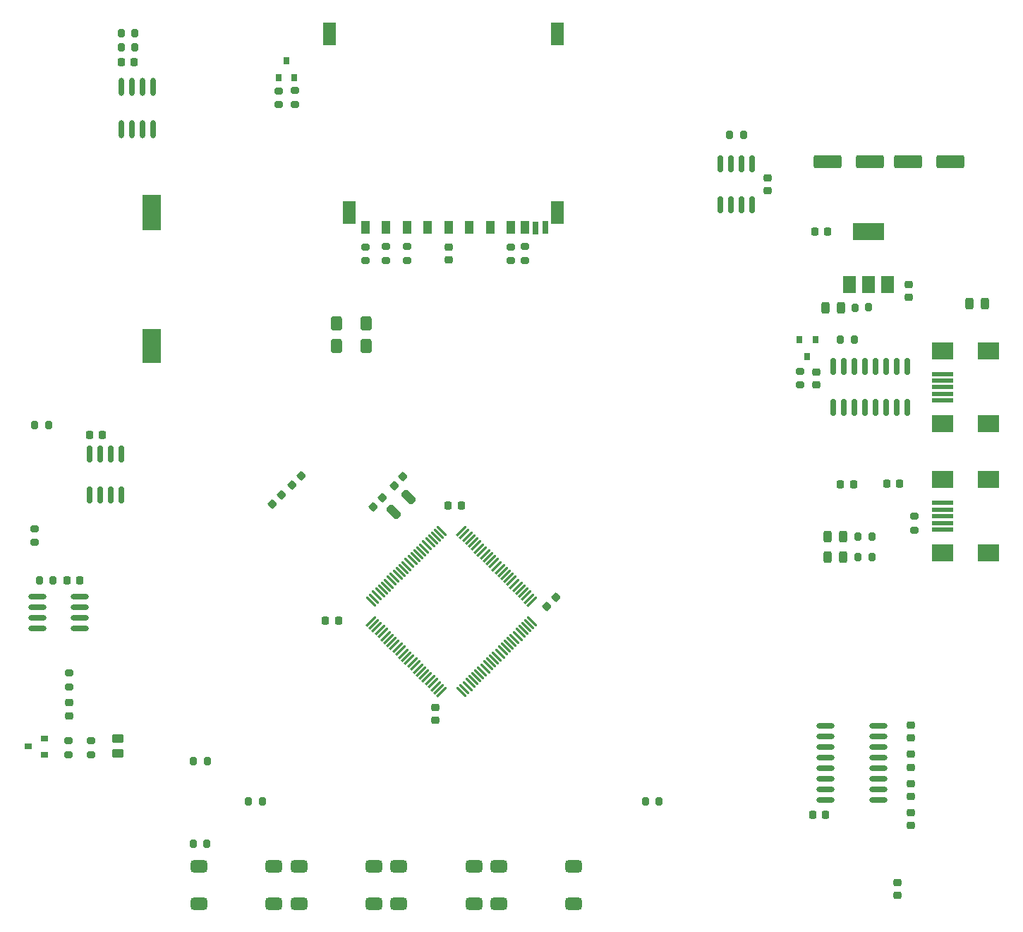
<source format=gbr>
%TF.GenerationSoftware,KiCad,Pcbnew,8.0.5*%
%TF.CreationDate,2025-04-27T01:42:02+08:00*%
%TF.ProjectId,STM32_learning,53544d33-325f-46c6-9561-726e696e672e,rev?*%
%TF.SameCoordinates,Original*%
%TF.FileFunction,Paste,Top*%
%TF.FilePolarity,Positive*%
%FSLAX46Y46*%
G04 Gerber Fmt 4.6, Leading zero omitted, Abs format (unit mm)*
G04 Created by KiCad (PCBNEW 8.0.5) date 2025-04-27 01:42:02*
%MOMM*%
%LPD*%
G01*
G04 APERTURE LIST*
G04 Aperture macros list*
%AMRoundRect*
0 Rectangle with rounded corners*
0 $1 Rounding radius*
0 $2 $3 $4 $5 $6 $7 $8 $9 X,Y pos of 4 corners*
0 Add a 4 corners polygon primitive as box body*
4,1,4,$2,$3,$4,$5,$6,$7,$8,$9,$2,$3,0*
0 Add four circle primitives for the rounded corners*
1,1,$1+$1,$2,$3*
1,1,$1+$1,$4,$5*
1,1,$1+$1,$6,$7*
1,1,$1+$1,$8,$9*
0 Add four rect primitives between the rounded corners*
20,1,$1+$1,$2,$3,$4,$5,0*
20,1,$1+$1,$4,$5,$6,$7,0*
20,1,$1+$1,$6,$7,$8,$9,0*
20,1,$1+$1,$8,$9,$2,$3,0*%
G04 Aperture macros list end*
%ADD10RoundRect,0.225000X0.250000X-0.225000X0.250000X0.225000X-0.250000X0.225000X-0.250000X-0.225000X0*%
%ADD11R,1.500000X2.000000*%
%ADD12R,3.800000X2.000000*%
%ADD13RoundRect,0.250000X0.400000X0.600000X-0.400000X0.600000X-0.400000X-0.600000X0.400000X-0.600000X0*%
%ADD14R,0.900000X0.800000*%
%ADD15R,0.800000X0.900000*%
%ADD16RoundRect,0.225000X-0.225000X-0.250000X0.225000X-0.250000X0.225000X0.250000X-0.225000X0.250000X0*%
%ADD17RoundRect,0.225000X-0.250000X0.225000X-0.250000X-0.225000X0.250000X-0.225000X0.250000X0.225000X0*%
%ADD18RoundRect,0.200000X0.275000X-0.200000X0.275000X0.200000X-0.275000X0.200000X-0.275000X-0.200000X0*%
%ADD19O,2.200000X0.600000*%
%ADD20O,2.200000X0.650000*%
%ADD21RoundRect,0.225000X0.225000X0.250000X-0.225000X0.250000X-0.225000X-0.250000X0.225000X-0.250000X0*%
%ADD22RoundRect,0.200000X0.200000X0.275000X-0.200000X0.275000X-0.200000X-0.275000X0.200000X-0.275000X0*%
%ADD23RoundRect,0.250000X-0.282843X0.636396X-0.636396X0.282843X0.282843X-0.636396X0.636396X-0.282843X0*%
%ADD24RoundRect,0.200000X-0.275000X0.200000X-0.275000X-0.200000X0.275000X-0.200000X0.275000X0.200000X0*%
%ADD25RoundRect,0.225000X0.017678X-0.335876X0.335876X-0.017678X-0.017678X0.335876X-0.335876X0.017678X0*%
%ADD26RoundRect,0.200000X-0.200000X-0.275000X0.200000X-0.275000X0.200000X0.275000X-0.200000X0.275000X0*%
%ADD27RoundRect,0.150000X0.150000X-0.825000X0.150000X0.825000X-0.150000X0.825000X-0.150000X-0.825000X0*%
%ADD28RoundRect,0.243750X0.243750X0.456250X-0.243750X0.456250X-0.243750X-0.456250X0.243750X-0.456250X0*%
%ADD29RoundRect,0.075000X-0.565685X0.459619X0.459619X-0.565685X0.565685X-0.459619X-0.459619X0.565685X0*%
%ADD30RoundRect,0.075000X-0.565685X-0.459619X-0.459619X-0.565685X0.565685X0.459619X0.459619X0.565685X0*%
%ADD31R,2.300000X4.040000*%
%ADD32R,2.300000X4.350000*%
%ADD33R,1.500000X2.800000*%
%ADD34R,1.000000X1.500000*%
%ADD35R,0.700000X1.500000*%
%ADD36RoundRect,0.243750X-0.243750X-0.456250X0.243750X-0.456250X0.243750X0.456250X-0.243750X0.456250X0*%
%ADD37RoundRect,0.250000X-1.412500X-0.550000X1.412500X-0.550000X1.412500X0.550000X-1.412500X0.550000X0*%
%ADD38RoundRect,0.375000X-0.625000X-0.375000X0.625000X-0.375000X0.625000X0.375000X-0.625000X0.375000X0*%
%ADD39RoundRect,0.250000X0.450000X-0.262500X0.450000X0.262500X-0.450000X0.262500X-0.450000X-0.262500X0*%
%ADD40R,2.500000X0.500000*%
%ADD41R,2.500000X2.000000*%
%ADD42RoundRect,0.225000X-0.017678X0.335876X-0.335876X0.017678X0.017678X-0.335876X0.335876X-0.017678X0*%
%ADD43O,0.650000X2.200000*%
G04 APERTURE END LIST*
D10*
%TO.C,C30*%
X34105000Y-123465000D03*
X34105000Y-121915000D03*
%TD*%
D11*
%TO.C,U1*%
X127719000Y-71741000D03*
X130019000Y-71741000D03*
X132319000Y-71741000D03*
D12*
X130019000Y-65441000D03*
%TD*%
D13*
%TO.C,D1*%
X69700000Y-79125000D03*
X66200000Y-79125000D03*
%TD*%
D14*
%TO.C,Q2*%
X31165000Y-128125000D03*
X31165000Y-126225000D03*
X29165000Y-127175000D03*
%TD*%
D15*
%TO.C,Q1*%
X123639000Y-78411000D03*
X121739000Y-78411000D03*
X122689000Y-80411000D03*
%TD*%
D16*
%TO.C,C26*%
X36542500Y-89787500D03*
X38092500Y-89787500D03*
%TD*%
D17*
%TO.C,C22*%
X135065875Y-131596625D03*
X135065875Y-133146625D03*
%TD*%
D18*
%TO.C,R19*%
X34105000Y-120025000D03*
X34105000Y-118375000D03*
%TD*%
D19*
%TO.C,U5*%
X131240875Y-133590375D03*
X131240875Y-132320375D03*
X131240875Y-131050375D03*
X131240875Y-129780375D03*
X131240875Y-128510375D03*
X131240875Y-127240375D03*
X131240875Y-125970375D03*
X131240875Y-124700375D03*
X124890875Y-124700375D03*
X124890875Y-125970375D03*
X124890875Y-127240375D03*
X124890875Y-128510375D03*
X124890875Y-129780375D03*
X124890875Y-131050375D03*
X124890875Y-132320375D03*
X124890875Y-133590375D03*
%TD*%
D20*
%TO.C,U7*%
X30289500Y-109190000D03*
X30289500Y-110460000D03*
X30289500Y-111730000D03*
X30289500Y-113000000D03*
X35369500Y-113000000D03*
X35369500Y-111730000D03*
X35369500Y-110460000D03*
X35369500Y-109190000D03*
%TD*%
D21*
%TO.C,C17*%
X128214000Y-95721000D03*
X126664000Y-95721000D03*
%TD*%
D22*
%TO.C,R26*%
X41984500Y-43354500D03*
X40334500Y-43354500D03*
%TD*%
D18*
%TO.C,R23*%
X61162500Y-50155000D03*
X61162500Y-48505000D03*
%TD*%
D22*
%TO.C,R9*%
X31600000Y-88625000D03*
X29950000Y-88625000D03*
%TD*%
D23*
%TO.C,Y2*%
X74819758Y-97270242D03*
X73051992Y-99038008D03*
%TD*%
D24*
%TO.C,R8*%
X29965000Y-101065000D03*
X29965000Y-102715000D03*
%TD*%
D22*
%TO.C,R25*%
X130019000Y-74491000D03*
X128369000Y-74591000D03*
%TD*%
D25*
%TO.C,C12*%
X58468270Y-98131731D03*
X59564286Y-97035715D03*
%TD*%
D24*
%TO.C,R7*%
X121789000Y-82186000D03*
X121789000Y-83836000D03*
%TD*%
D22*
%TO.C,R20*%
X130399000Y-101971000D03*
X128749000Y-101971000D03*
%TD*%
D25*
%TO.C,C8*%
X91401992Y-110398008D03*
X92498008Y-109301992D03*
%TD*%
D21*
%TO.C,C21*%
X124840875Y-135371625D03*
X123290875Y-135371625D03*
%TD*%
D26*
%TO.C,R5*%
X49005000Y-128900000D03*
X50655000Y-128900000D03*
%TD*%
D18*
%TO.C,R13*%
X69615000Y-68905000D03*
X69615000Y-67255000D03*
%TD*%
D22*
%TO.C,R27*%
X41984500Y-41604500D03*
X40334500Y-41604500D03*
%TD*%
D21*
%TO.C,C27*%
X35349500Y-107249000D03*
X33799500Y-107249000D03*
%TD*%
D27*
%TO.C,U8*%
X112220000Y-62245000D03*
X113490000Y-62245000D03*
X114760000Y-62245000D03*
X116030000Y-62245000D03*
X116030000Y-57295000D03*
X114760000Y-57295000D03*
X113490000Y-57295000D03*
X112220000Y-57295000D03*
%TD*%
D18*
%TO.C,R24*%
X36715000Y-128140000D03*
X36715000Y-126490000D03*
%TD*%
D22*
%TO.C,R29*%
X57255000Y-133710000D03*
X55605000Y-133710000D03*
%TD*%
D28*
%TO.C,F1*%
X144019000Y-74091000D03*
X142144000Y-74091000D03*
%TD*%
D16*
%TO.C,C6*%
X64850000Y-112100000D03*
X66400000Y-112100000D03*
%TD*%
D29*
%TO.C,U2*%
X78815596Y-101280315D03*
X78462043Y-101633868D03*
X78108489Y-101987422D03*
X77754936Y-102340975D03*
X77401383Y-102694528D03*
X77047829Y-103048082D03*
X76694276Y-103401635D03*
X76340722Y-103755189D03*
X75987169Y-104108742D03*
X75633616Y-104462295D03*
X75280062Y-104815849D03*
X74926509Y-105169402D03*
X74572955Y-105522955D03*
X74219402Y-105876509D03*
X73865849Y-106230062D03*
X73512295Y-106583616D03*
X73158742Y-106937169D03*
X72805189Y-107290722D03*
X72451635Y-107644276D03*
X72098082Y-107997829D03*
X71744528Y-108351383D03*
X71390975Y-108704936D03*
X71037422Y-109058489D03*
X70683868Y-109412043D03*
X70330315Y-109765596D03*
D30*
X70330315Y-112134404D03*
X70683868Y-112487957D03*
X71037422Y-112841511D03*
X71390975Y-113195064D03*
X71744528Y-113548617D03*
X72098082Y-113902171D03*
X72451635Y-114255724D03*
X72805189Y-114609278D03*
X73158742Y-114962831D03*
X73512295Y-115316384D03*
X73865849Y-115669938D03*
X74219402Y-116023491D03*
X74572955Y-116377045D03*
X74926509Y-116730598D03*
X75280062Y-117084151D03*
X75633616Y-117437705D03*
X75987169Y-117791258D03*
X76340722Y-118144811D03*
X76694276Y-118498365D03*
X77047829Y-118851918D03*
X77401383Y-119205472D03*
X77754936Y-119559025D03*
X78108489Y-119912578D03*
X78462043Y-120266132D03*
X78815596Y-120619685D03*
D29*
X81184404Y-120619685D03*
X81537957Y-120266132D03*
X81891511Y-119912578D03*
X82245064Y-119559025D03*
X82598617Y-119205472D03*
X82952171Y-118851918D03*
X83305724Y-118498365D03*
X83659278Y-118144811D03*
X84012831Y-117791258D03*
X84366384Y-117437705D03*
X84719938Y-117084151D03*
X85073491Y-116730598D03*
X85427045Y-116377045D03*
X85780598Y-116023491D03*
X86134151Y-115669938D03*
X86487705Y-115316384D03*
X86841258Y-114962831D03*
X87194811Y-114609278D03*
X87548365Y-114255724D03*
X87901918Y-113902171D03*
X88255472Y-113548617D03*
X88609025Y-113195064D03*
X88962578Y-112841511D03*
X89316132Y-112487957D03*
X89669685Y-112134404D03*
D30*
X89669685Y-109765596D03*
X89316132Y-109412043D03*
X88962578Y-109058489D03*
X88609025Y-108704936D03*
X88255472Y-108351383D03*
X87901918Y-107997829D03*
X87548365Y-107644276D03*
X87194811Y-107290722D03*
X86841258Y-106937169D03*
X86487705Y-106583616D03*
X86134151Y-106230062D03*
X85780598Y-105876509D03*
X85427045Y-105522955D03*
X85073491Y-105169402D03*
X84719938Y-104815849D03*
X84366384Y-104462295D03*
X84012831Y-104108742D03*
X83659278Y-103755189D03*
X83305724Y-103401635D03*
X82952171Y-103048082D03*
X82598617Y-102694528D03*
X82245064Y-102340975D03*
X81891511Y-101987422D03*
X81537957Y-101633868D03*
X81184404Y-101280315D03*
%TD*%
D21*
%TO.C,C4*%
X125119000Y-65441000D03*
X123569000Y-65441000D03*
%TD*%
D31*
%TO.C,BT1*%
X44025000Y-79125000D03*
D32*
X44025000Y-63160000D03*
%TD*%
D33*
%TO.C,J15*%
X92650000Y-63175000D03*
X92650000Y-41675000D03*
X67700000Y-63175000D03*
X65350000Y-41675000D03*
D34*
X72120000Y-64950000D03*
X74620000Y-64950000D03*
X77120000Y-64950000D03*
X79620000Y-64950000D03*
X82120000Y-64950000D03*
X84620000Y-64950000D03*
X87120000Y-64950000D03*
X88750000Y-64950000D03*
X69620000Y-64950000D03*
D35*
X90050000Y-64975000D03*
X91250000Y-64950000D03*
%TD*%
D27*
%TO.C,U3*%
X125749000Y-86531000D03*
X127019000Y-86531000D03*
X128289000Y-86531000D03*
X129559000Y-86531000D03*
X130829000Y-86531000D03*
X132099000Y-86531000D03*
X133369000Y-86531000D03*
X134639000Y-86531000D03*
X134639000Y-81581000D03*
X133369000Y-81581000D03*
X132099000Y-81581000D03*
X130829000Y-81581000D03*
X129559000Y-81581000D03*
X128289000Y-81581000D03*
X127019000Y-81581000D03*
X125749000Y-81581000D03*
%TD*%
D18*
%TO.C,R15*%
X74655000Y-68865000D03*
X74655000Y-67215000D03*
%TD*%
D22*
%TO.C,R10*%
X115000000Y-53850000D03*
X113350000Y-53850000D03*
%TD*%
%TO.C,R28*%
X32174500Y-107240000D03*
X30524500Y-107240000D03*
%TD*%
D36*
%TO.C,D6*%
X125124000Y-104471000D03*
X126999000Y-104471000D03*
%TD*%
D37*
%TO.C,C2*%
X134781500Y-57071000D03*
X139856500Y-57071000D03*
%TD*%
D15*
%TO.C,Q3*%
X59232500Y-46930000D03*
X61132500Y-46930000D03*
X60182500Y-44930000D03*
%TD*%
D38*
%TO.C,SW3*%
X61650000Y-141500000D03*
X70650000Y-141500000D03*
X61650000Y-146000000D03*
X70650000Y-146000000D03*
%TD*%
D39*
%TO.C,R18*%
X39895000Y-127997500D03*
X39895000Y-126172500D03*
%TD*%
D17*
%TO.C,C29*%
X79635000Y-67270000D03*
X79635000Y-68820000D03*
%TD*%
D16*
%TO.C,C9*%
X79575000Y-98250000D03*
X81125000Y-98250000D03*
%TD*%
D40*
%TO.C,J1*%
X138894000Y-101171000D03*
X138894000Y-100371000D03*
X138894000Y-99571000D03*
X138894000Y-98771000D03*
X138894000Y-97971000D03*
D41*
X138894000Y-103971000D03*
X144394000Y-103971000D03*
X138894000Y-95171000D03*
X144394000Y-95171000D03*
%TD*%
D17*
%TO.C,C19*%
X133500000Y-143467500D03*
X133500000Y-145017500D03*
%TD*%
D18*
%TO.C,R11*%
X87125000Y-68895000D03*
X87125000Y-67245000D03*
%TD*%
%TO.C,R22*%
X59252500Y-50195000D03*
X59252500Y-48545000D03*
%TD*%
D42*
%TO.C,C14*%
X71676257Y-97323743D03*
X70580241Y-98419759D03*
%TD*%
D18*
%TO.C,R12*%
X88765000Y-68875000D03*
X88765000Y-67225000D03*
%TD*%
D10*
%TO.C,C28*%
X117885000Y-60545000D03*
X117885000Y-58995000D03*
%TD*%
D18*
%TO.C,R17*%
X33965000Y-128150000D03*
X33965000Y-126500000D03*
%TD*%
D38*
%TO.C,SW5*%
X85650000Y-141500000D03*
X94650000Y-141500000D03*
X85650000Y-146000000D03*
X94650000Y-146000000D03*
%TD*%
%TO.C,SW4*%
X73650000Y-141500000D03*
X82650000Y-141500000D03*
X73650000Y-146000000D03*
X82650000Y-146000000D03*
%TD*%
D36*
%TO.C,D7*%
X124831500Y-74591000D03*
X126706500Y-74591000D03*
%TD*%
D16*
%TO.C,C20*%
X40349500Y-45104500D03*
X41899500Y-45104500D03*
%TD*%
D40*
%TO.C,J16*%
X138894000Y-85691000D03*
X138894000Y-84891000D03*
X138894000Y-84091000D03*
X138894000Y-83291000D03*
X138894000Y-82491000D03*
D41*
X138894000Y-88491000D03*
X144394000Y-88491000D03*
X138894000Y-79691000D03*
X144394000Y-79691000D03*
%TD*%
D18*
%TO.C,R16*%
X135519000Y-101221000D03*
X135519000Y-99571000D03*
%TD*%
D37*
%TO.C,C3*%
X125081500Y-57071000D03*
X130156500Y-57071000D03*
%TD*%
D21*
%TO.C,C18*%
X133744000Y-95691000D03*
X132194000Y-95691000D03*
%TD*%
D43*
%TO.C,U4*%
X40340500Y-53113500D03*
X41610500Y-53113500D03*
X42880500Y-53113500D03*
X44150500Y-53113500D03*
X44150500Y-48033500D03*
X42880500Y-48033500D03*
X41610500Y-48033500D03*
X40340500Y-48033500D03*
%TD*%
D22*
%TO.C,R30*%
X104895000Y-133720000D03*
X103245000Y-133720000D03*
%TD*%
%TO.C,R21*%
X130399000Y-104471000D03*
X128749000Y-104471000D03*
%TD*%
D13*
%TO.C,D2*%
X69700000Y-76405000D03*
X66200000Y-76405000D03*
%TD*%
D38*
%TO.C,SW2*%
X49650000Y-141500000D03*
X58650000Y-141500000D03*
X49650000Y-146000000D03*
X58650000Y-146000000D03*
%TD*%
D27*
%TO.C,U6*%
X36537500Y-97032500D03*
X37807500Y-97032500D03*
X39077500Y-97032500D03*
X40347500Y-97032500D03*
X40347500Y-92082500D03*
X39077500Y-92082500D03*
X37807500Y-92082500D03*
X36537500Y-92082500D03*
%TD*%
D25*
%TO.C,C15*%
X73080241Y-95919759D03*
X74176257Y-94823743D03*
%TD*%
D18*
%TO.C,R14*%
X72115000Y-68865000D03*
X72115000Y-67215000D03*
%TD*%
D25*
%TO.C,C13*%
X60818270Y-95781731D03*
X61914286Y-94685715D03*
%TD*%
D36*
%TO.C,D5*%
X125124000Y-101971000D03*
X126999000Y-101971000D03*
%TD*%
D17*
%TO.C,C1*%
X134819000Y-71741000D03*
X134819000Y-73291000D03*
%TD*%
D22*
%TO.C,R6*%
X128299000Y-78411000D03*
X126649000Y-78411000D03*
%TD*%
D17*
%TO.C,C25*%
X135065875Y-124596625D03*
X135065875Y-126146625D03*
%TD*%
%TO.C,C23*%
X135065875Y-128096625D03*
X135065875Y-129646625D03*
%TD*%
%TO.C,C16*%
X123739000Y-82231000D03*
X123739000Y-83781000D03*
%TD*%
D22*
%TO.C,R4*%
X50625000Y-138800000D03*
X48975000Y-138800000D03*
%TD*%
D10*
%TO.C,C24*%
X135065875Y-136646625D03*
X135065875Y-135096625D03*
%TD*%
%TO.C,C7*%
X78050000Y-124025000D03*
X78050000Y-122475000D03*
%TD*%
M02*

</source>
